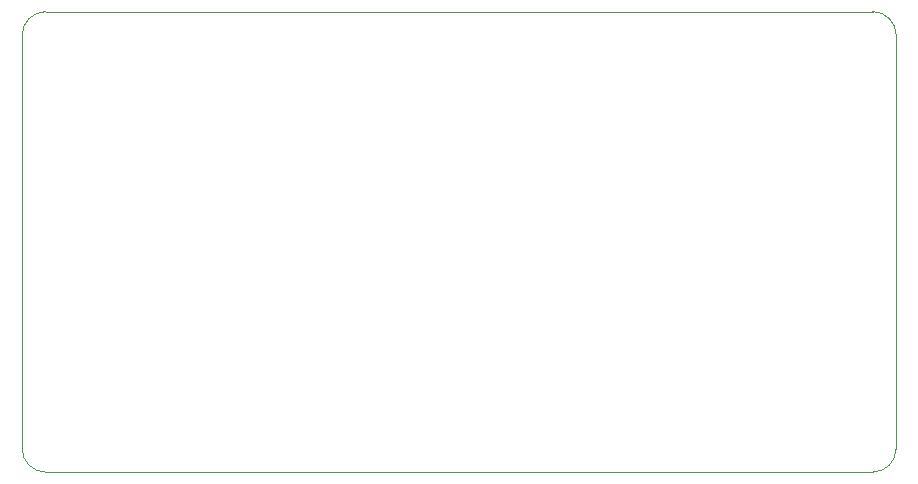
<source format=gbr>
%TF.GenerationSoftware,KiCad,Pcbnew,9.0.4-9.0.4-0~ubuntu22.04.1*%
%TF.CreationDate,2025-09-23T18:33:34+12:00*%
%TF.ProjectId,BBBLedHW,4242424c-6564-4485-972e-6b696361645f,rev?*%
%TF.SameCoordinates,PX7365040PY5f5e100*%
%TF.FileFunction,Profile,NP*%
%FSLAX46Y46*%
G04 Gerber Fmt 4.6, Leading zero omitted, Abs format (unit mm)*
G04 Created by KiCad (PCBNEW 9.0.4-9.0.4-0~ubuntu22.04.1) date 2025-09-23 18:33:34*
%MOMM*%
%LPD*%
G01*
G04 APERTURE LIST*
%TA.AperFunction,Profile*%
%ADD10C,0.050000*%
%TD*%
G04 APERTURE END LIST*
D10*
X74000000Y2000000D02*
X74000000Y2000000D01*
X0Y2000000D02*
X0Y37000000D01*
X74000000Y37000000D02*
X74000000Y2000000D01*
X74000000Y2000000D02*
G75*
G02*
X72000000Y0I-2000000J0D01*
G01*
X72000000Y0D02*
X2000000Y0D01*
X0Y37000000D02*
G75*
G02*
X2000000Y39000000I2000000J0D01*
G01*
X72000000Y39000000D02*
G75*
G02*
X74000000Y37000000I0J-2000000D01*
G01*
X2000000Y0D02*
G75*
G02*
X0Y2000000I0J2000000D01*
G01*
X2000000Y39000000D02*
X72000000Y39000000D01*
M02*

</source>
